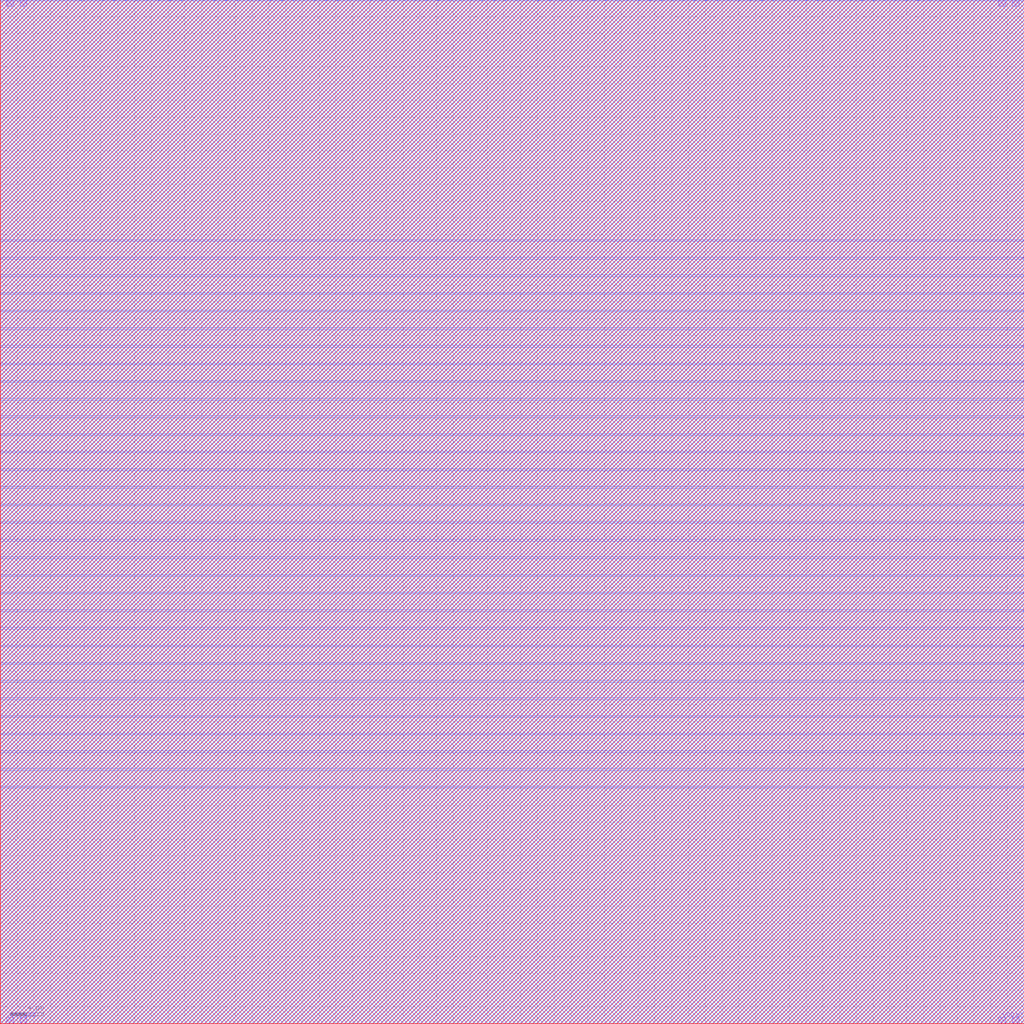
<source format=lef>
##
## LEF for PtnCells ;
## created by Encounter v09.10-p004_1 on Tue Apr  1 17:54:40 2014
##

VERSION 5.5 ;

NAMESCASESENSITIVE ON ;
BUSBITCHARS "[]" ;
DIVIDERCHAR "/" ;

UNITS
  DATABASE MICRONS 2000 ;
END UNITS

MACRO SRAM
  CLASS BLOCK ;
  SIZE 122.0000 BY 122.0000 ;
  FOREIGN SRAM 0.0000 0.0000 ;
  ORIGIN 0 0 ;
  SYMMETRY X Y R90 ;
  PIN clk
    DIRECTION INPUT ;
    USE SIGNAL ;
    PORT
      LAYER metal2 ;
        RECT 9.5600 121.9300 9.6300 122.0000 ;
    END
  END clk
  PIN rdn
    DIRECTION INPUT ;
    USE SIGNAL ;
    PORT
      LAYER metal2 ;
        RECT 10.8900 121.9300 10.9600 122.0000 ;
    END
  END rdn
  PIN wrn
    DIRECTION INPUT ;
    USE SIGNAL ;
    PORT
      LAYER metal2 ;
        RECT 12.2200 121.9300 12.2900 122.0000 ;
    END
  END wrn
  PIN address[10]
    DIRECTION INPUT ;
    USE SIGNAL ;
    PORT
      LAYER metal2 ;
        RECT 26.8500 121.9300 26.9200 122.0000 ;
    END
  END address[10]
  PIN address[9]
    DIRECTION INPUT ;
    USE SIGNAL ;
    PORT
      LAYER metal2 ;
        RECT 25.5200 121.9300 25.5900 122.0000 ;
    END
  END address[9]
  PIN address[8]
    DIRECTION INPUT ;
    USE SIGNAL ;
    PORT
      LAYER metal2 ;
        RECT 24.1900 121.9300 24.2600 122.0000 ;
    END
  END address[8]
  PIN address[7]
    DIRECTION INPUT ;
    USE SIGNAL ;
    PORT
      LAYER metal2 ;
        RECT 22.8600 121.9300 22.9300 122.0000 ;
    END
  END address[7]
  PIN address[6]
    DIRECTION INPUT ;
    USE SIGNAL ;
    PORT
      LAYER metal2 ;
        RECT 21.5300 121.9300 21.6000 122.0000 ;
    END
  END address[6]
  PIN address[5]
    DIRECTION INPUT ;
    USE SIGNAL ;
    PORT
      LAYER metal2 ;
        RECT 20.2000 121.9300 20.2700 122.0000 ;
    END
  END address[5]
  PIN address[4]
    DIRECTION INPUT ;
    USE SIGNAL ;
    PORT
      LAYER metal2 ;
        RECT 18.8700 121.9300 18.9400 122.0000 ;
    END
  END address[4]
  PIN address[3]
    DIRECTION INPUT ;
    USE SIGNAL ;
    PORT
      LAYER metal2 ;
        RECT 17.5400 121.9300 17.6100 122.0000 ;
    END
  END address[3]
  PIN address[2]
    DIRECTION INPUT ;
    USE SIGNAL ;
    PORT
      LAYER metal2 ;
        RECT 16.2100 121.9300 16.2800 122.0000 ;
    END
  END address[2]
  PIN address[1]
    DIRECTION INPUT ;
    USE SIGNAL ;
    PORT
      LAYER metal2 ;
        RECT 14.8800 121.9300 14.9500 122.0000 ;
    END
  END address[1]
  PIN address[0]
    DIRECTION INPUT ;
    USE SIGNAL ;
    PORT
      LAYER metal2 ;
        RECT 13.5500 121.9300 13.6200 122.0000 ;
    END
  END address[0]
  PIN bit_wen[31]
    DIRECTION INPUT ;
    USE SIGNAL ;
    PORT
      LAYER metal2 ;
        RECT 69.4100 121.9300 69.4800 122.0000 ;
    END
  END bit_wen[31]
  PIN bit_wen[30]
    DIRECTION INPUT ;
    USE SIGNAL ;
    PORT
      LAYER metal2 ;
        RECT 68.0800 121.9300 68.1500 122.0000 ;
    END
  END bit_wen[30]
  PIN bit_wen[29]
    DIRECTION INPUT ;
    USE SIGNAL ;
    PORT
      LAYER metal2 ;
        RECT 66.7500 121.9300 66.8200 122.0000 ;
    END
  END bit_wen[29]
  PIN bit_wen[28]
    DIRECTION INPUT ;
    USE SIGNAL ;
    PORT
      LAYER metal2 ;
        RECT 65.4200 121.9300 65.4900 122.0000 ;
    END
  END bit_wen[28]
  PIN bit_wen[27]
    DIRECTION INPUT ;
    USE SIGNAL ;
    PORT
      LAYER metal2 ;
        RECT 64.0900 121.9300 64.1600 122.0000 ;
    END
  END bit_wen[27]
  PIN bit_wen[26]
    DIRECTION INPUT ;
    USE SIGNAL ;
    PORT
      LAYER metal2 ;
        RECT 62.7600 121.9300 62.8300 122.0000 ;
    END
  END bit_wen[26]
  PIN bit_wen[25]
    DIRECTION INPUT ;
    USE SIGNAL ;
    PORT
      LAYER metal2 ;
        RECT 61.4300 121.9300 61.5000 122.0000 ;
    END
  END bit_wen[25]
  PIN bit_wen[24]
    DIRECTION INPUT ;
    USE SIGNAL ;
    PORT
      LAYER metal2 ;
        RECT 60.1000 121.9300 60.1700 122.0000 ;
    END
  END bit_wen[24]
  PIN bit_wen[23]
    DIRECTION INPUT ;
    USE SIGNAL ;
    PORT
      LAYER metal2 ;
        RECT 58.7700 121.9300 58.8400 122.0000 ;
    END
  END bit_wen[23]
  PIN bit_wen[22]
    DIRECTION INPUT ;
    USE SIGNAL ;
    PORT
      LAYER metal2 ;
        RECT 57.4400 121.9300 57.5100 122.0000 ;
    END
  END bit_wen[22]
  PIN bit_wen[21]
    DIRECTION INPUT ;
    USE SIGNAL ;
    PORT
      LAYER metal2 ;
        RECT 56.1100 121.9300 56.1800 122.0000 ;
    END
  END bit_wen[21]
  PIN bit_wen[20]
    DIRECTION INPUT ;
    USE SIGNAL ;
    PORT
      LAYER metal2 ;
        RECT 54.7800 121.9300 54.8500 122.0000 ;
    END
  END bit_wen[20]
  PIN bit_wen[19]
    DIRECTION INPUT ;
    USE SIGNAL ;
    PORT
      LAYER metal2 ;
        RECT 53.4500 121.9300 53.5200 122.0000 ;
    END
  END bit_wen[19]
  PIN bit_wen[18]
    DIRECTION INPUT ;
    USE SIGNAL ;
    PORT
      LAYER metal2 ;
        RECT 52.1200 121.9300 52.1900 122.0000 ;
    END
  END bit_wen[18]
  PIN bit_wen[17]
    DIRECTION INPUT ;
    USE SIGNAL ;
    PORT
      LAYER metal2 ;
        RECT 50.7900 121.9300 50.8600 122.0000 ;
    END
  END bit_wen[17]
  PIN bit_wen[16]
    DIRECTION INPUT ;
    USE SIGNAL ;
    PORT
      LAYER metal2 ;
        RECT 49.4600 121.9300 49.5300 122.0000 ;
    END
  END bit_wen[16]
  PIN bit_wen[15]
    DIRECTION INPUT ;
    USE SIGNAL ;
    PORT
      LAYER metal2 ;
        RECT 48.1300 121.9300 48.2000 122.0000 ;
    END
  END bit_wen[15]
  PIN bit_wen[14]
    DIRECTION INPUT ;
    USE SIGNAL ;
    PORT
      LAYER metal2 ;
        RECT 46.8000 121.9300 46.8700 122.0000 ;
    END
  END bit_wen[14]
  PIN bit_wen[13]
    DIRECTION INPUT ;
    USE SIGNAL ;
    PORT
      LAYER metal2 ;
        RECT 45.4700 121.9300 45.5400 122.0000 ;
    END
  END bit_wen[13]
  PIN bit_wen[12]
    DIRECTION INPUT ;
    USE SIGNAL ;
    PORT
      LAYER metal2 ;
        RECT 44.1400 121.9300 44.2100 122.0000 ;
    END
  END bit_wen[12]
  PIN bit_wen[11]
    DIRECTION INPUT ;
    USE SIGNAL ;
    PORT
      LAYER metal2 ;
        RECT 42.8100 121.9300 42.8800 122.0000 ;
    END
  END bit_wen[11]
  PIN bit_wen[10]
    DIRECTION INPUT ;
    USE SIGNAL ;
    PORT
      LAYER metal2 ;
        RECT 41.4800 121.9300 41.5500 122.0000 ;
    END
  END bit_wen[10]
  PIN bit_wen[9]
    DIRECTION INPUT ;
    USE SIGNAL ;
    PORT
      LAYER metal2 ;
        RECT 40.1500 121.9300 40.2200 122.0000 ;
    END
  END bit_wen[9]
  PIN bit_wen[8]
    DIRECTION INPUT ;
    USE SIGNAL ;
    PORT
      LAYER metal2 ;
        RECT 38.8200 121.9300 38.8900 122.0000 ;
    END
  END bit_wen[8]
  PIN bit_wen[7]
    DIRECTION INPUT ;
    USE SIGNAL ;
    PORT
      LAYER metal2 ;
        RECT 37.4900 121.9300 37.5600 122.0000 ;
    END
  END bit_wen[7]
  PIN bit_wen[6]
    DIRECTION INPUT ;
    USE SIGNAL ;
    PORT
      LAYER metal2 ;
        RECT 36.1600 121.9300 36.2300 122.0000 ;
    END
  END bit_wen[6]
  PIN bit_wen[5]
    DIRECTION INPUT ;
    USE SIGNAL ;
    PORT
      LAYER metal2 ;
        RECT 34.8300 121.9300 34.9000 122.0000 ;
    END
  END bit_wen[5]
  PIN bit_wen[4]
    DIRECTION INPUT ;
    USE SIGNAL ;
    PORT
      LAYER metal2 ;
        RECT 33.5000 121.9300 33.5700 122.0000 ;
    END
  END bit_wen[4]
  PIN bit_wen[3]
    DIRECTION INPUT ;
    USE SIGNAL ;
    PORT
      LAYER metal2 ;
        RECT 32.1700 121.9300 32.2400 122.0000 ;
    END
  END bit_wen[3]
  PIN bit_wen[2]
    DIRECTION INPUT ;
    USE SIGNAL ;
    PORT
      LAYER metal2 ;
        RECT 30.8400 121.9300 30.9100 122.0000 ;
    END
  END bit_wen[2]
  PIN bit_wen[1]
    DIRECTION INPUT ;
    USE SIGNAL ;
    PORT
      LAYER metal2 ;
        RECT 29.5100 121.9300 29.5800 122.0000 ;
    END
  END bit_wen[1]
  PIN bit_wen[0]
    DIRECTION INPUT ;
    USE SIGNAL ;
    PORT
      LAYER metal2 ;
        RECT 28.1800 121.9300 28.2500 122.0000 ;
    END
  END bit_wen[0]
  PIN data_in[31]
    DIRECTION INPUT ;
    USE SIGNAL ;
    PORT
      LAYER metal2 ;
        RECT 111.9700 121.9300 112.0400 122.0000 ;
    END
  END data_in[31]
  PIN data_in[30]
    DIRECTION INPUT ;
    USE SIGNAL ;
    PORT
      LAYER metal2 ;
        RECT 110.6400 121.9300 110.7100 122.0000 ;
    END
  END data_in[30]
  PIN data_in[29]
    DIRECTION INPUT ;
    USE SIGNAL ;
    PORT
      LAYER metal2 ;
        RECT 109.3100 121.9300 109.3800 122.0000 ;
    END
  END data_in[29]
  PIN data_in[28]
    DIRECTION INPUT ;
    USE SIGNAL ;
    PORT
      LAYER metal2 ;
        RECT 107.9800 121.9300 108.0500 122.0000 ;
    END
  END data_in[28]
  PIN data_in[27]
    DIRECTION INPUT ;
    USE SIGNAL ;
    PORT
      LAYER metal2 ;
        RECT 106.6500 121.9300 106.7200 122.0000 ;
    END
  END data_in[27]
  PIN data_in[26]
    DIRECTION INPUT ;
    USE SIGNAL ;
    PORT
      LAYER metal2 ;
        RECT 105.3200 121.9300 105.3900 122.0000 ;
    END
  END data_in[26]
  PIN data_in[25]
    DIRECTION INPUT ;
    USE SIGNAL ;
    PORT
      LAYER metal2 ;
        RECT 103.9900 121.9300 104.0600 122.0000 ;
    END
  END data_in[25]
  PIN data_in[24]
    DIRECTION INPUT ;
    USE SIGNAL ;
    PORT
      LAYER metal2 ;
        RECT 102.6600 121.9300 102.7300 122.0000 ;
    END
  END data_in[24]
  PIN data_in[23]
    DIRECTION INPUT ;
    USE SIGNAL ;
    PORT
      LAYER metal2 ;
        RECT 101.3300 121.9300 101.4000 122.0000 ;
    END
  END data_in[23]
  PIN data_in[22]
    DIRECTION INPUT ;
    USE SIGNAL ;
    PORT
      LAYER metal2 ;
        RECT 100.0000 121.9300 100.0700 122.0000 ;
    END
  END data_in[22]
  PIN data_in[21]
    DIRECTION INPUT ;
    USE SIGNAL ;
    PORT
      LAYER metal2 ;
        RECT 98.6700 121.9300 98.7400 122.0000 ;
    END
  END data_in[21]
  PIN data_in[20]
    DIRECTION INPUT ;
    USE SIGNAL ;
    PORT
      LAYER metal2 ;
        RECT 97.3400 121.9300 97.4100 122.0000 ;
    END
  END data_in[20]
  PIN data_in[19]
    DIRECTION INPUT ;
    USE SIGNAL ;
    PORT
      LAYER metal2 ;
        RECT 96.0100 121.9300 96.0800 122.0000 ;
    END
  END data_in[19]
  PIN data_in[18]
    DIRECTION INPUT ;
    USE SIGNAL ;
    PORT
      LAYER metal2 ;
        RECT 94.6800 121.9300 94.7500 122.0000 ;
    END
  END data_in[18]
  PIN data_in[17]
    DIRECTION INPUT ;
    USE SIGNAL ;
    PORT
      LAYER metal2 ;
        RECT 93.3500 121.9300 93.4200 122.0000 ;
    END
  END data_in[17]
  PIN data_in[16]
    DIRECTION INPUT ;
    USE SIGNAL ;
    PORT
      LAYER metal2 ;
        RECT 92.0200 121.9300 92.0900 122.0000 ;
    END
  END data_in[16]
  PIN data_in[15]
    DIRECTION INPUT ;
    USE SIGNAL ;
    PORT
      LAYER metal2 ;
        RECT 90.6900 121.9300 90.7600 122.0000 ;
    END
  END data_in[15]
  PIN data_in[14]
    DIRECTION INPUT ;
    USE SIGNAL ;
    PORT
      LAYER metal2 ;
        RECT 89.3600 121.9300 89.4300 122.0000 ;
    END
  END data_in[14]
  PIN data_in[13]
    DIRECTION INPUT ;
    USE SIGNAL ;
    PORT
      LAYER metal2 ;
        RECT 88.0300 121.9300 88.1000 122.0000 ;
    END
  END data_in[13]
  PIN data_in[12]
    DIRECTION INPUT ;
    USE SIGNAL ;
    PORT
      LAYER metal2 ;
        RECT 86.7000 121.9300 86.7700 122.0000 ;
    END
  END data_in[12]
  PIN data_in[11]
    DIRECTION INPUT ;
    USE SIGNAL ;
    PORT
      LAYER metal2 ;
        RECT 85.3700 121.9300 85.4400 122.0000 ;
    END
  END data_in[11]
  PIN data_in[10]
    DIRECTION INPUT ;
    USE SIGNAL ;
    PORT
      LAYER metal2 ;
        RECT 84.0400 121.9300 84.1100 122.0000 ;
    END
  END data_in[10]
  PIN data_in[9]
    DIRECTION INPUT ;
    USE SIGNAL ;
    PORT
      LAYER metal2 ;
        RECT 82.7100 121.9300 82.7800 122.0000 ;
    END
  END data_in[9]
  PIN data_in[8]
    DIRECTION INPUT ;
    USE SIGNAL ;
    PORT
      LAYER metal2 ;
        RECT 81.3800 121.9300 81.4500 122.0000 ;
    END
  END data_in[8]
  PIN data_in[7]
    DIRECTION INPUT ;
    USE SIGNAL ;
    PORT
      LAYER metal2 ;
        RECT 80.0500 121.9300 80.1200 122.0000 ;
    END
  END data_in[7]
  PIN data_in[6]
    DIRECTION INPUT ;
    USE SIGNAL ;
    PORT
      LAYER metal2 ;
        RECT 78.7200 121.9300 78.7900 122.0000 ;
    END
  END data_in[6]
  PIN data_in[5]
    DIRECTION INPUT ;
    USE SIGNAL ;
    PORT
      LAYER metal2 ;
        RECT 77.3900 121.9300 77.4600 122.0000 ;
    END
  END data_in[5]
  PIN data_in[4]
    DIRECTION INPUT ;
    USE SIGNAL ;
    PORT
      LAYER metal2 ;
        RECT 76.0600 121.9300 76.1300 122.0000 ;
    END
  END data_in[4]
  PIN data_in[3]
    DIRECTION INPUT ;
    USE SIGNAL ;
    PORT
      LAYER metal2 ;
        RECT 74.7300 121.9300 74.8000 122.0000 ;
    END
  END data_in[3]
  PIN data_in[2]
    DIRECTION INPUT ;
    USE SIGNAL ;
    PORT
      LAYER metal2 ;
        RECT 73.4000 121.9300 73.4700 122.0000 ;
    END
  END data_in[2]
  PIN data_in[1]
    DIRECTION INPUT ;
    USE SIGNAL ;
    PORT
      LAYER metal2 ;
        RECT 72.0700 121.9300 72.1400 122.0000 ;
    END
  END data_in[1]
  PIN data_in[0]
    DIRECTION INPUT ;
    USE SIGNAL ;
    PORT
      LAYER metal2 ;
        RECT 70.7400 121.9300 70.8100 122.0000 ;
    END
  END data_in[0]
  PIN data_out[31]
    DIRECTION OUTPUT ;
    USE SIGNAL ;
    PORT
      LAYER metal2 ;
        RECT 121.9300 93.2750 122.0000 93.3450 ;
    END
  END data_out[31]
  PIN data_out[30]
    DIRECTION OUTPUT ;
    USE SIGNAL ;
    PORT
      LAYER metal2 ;
        RECT 121.9300 91.1750 122.0000 91.2450 ;
    END
  END data_out[30]
  PIN data_out[29]
    DIRECTION OUTPUT ;
    USE SIGNAL ;
    PORT
      LAYER metal2 ;
        RECT 121.9300 89.0750 122.0000 89.1450 ;
    END
  END data_out[29]
  PIN data_out[28]
    DIRECTION OUTPUT ;
    USE SIGNAL ;
    PORT
      LAYER metal2 ;
        RECT 121.9300 86.9750 122.0000 87.0450 ;
    END
  END data_out[28]
  PIN data_out[27]
    DIRECTION OUTPUT ;
    USE SIGNAL ;
    PORT
      LAYER metal2 ;
        RECT 121.9300 84.8750 122.0000 84.9450 ;
    END
  END data_out[27]
  PIN data_out[26]
    DIRECTION OUTPUT ;
    USE SIGNAL ;
    PORT
      LAYER metal2 ;
        RECT 121.9300 82.7750 122.0000 82.8450 ;
    END
  END data_out[26]
  PIN data_out[25]
    DIRECTION OUTPUT ;
    USE SIGNAL ;
    PORT
      LAYER metal2 ;
        RECT 121.9300 80.6750 122.0000 80.7450 ;
    END
  END data_out[25]
  PIN data_out[24]
    DIRECTION OUTPUT ;
    USE SIGNAL ;
    PORT
      LAYER metal2 ;
        RECT 121.9300 78.5750 122.0000 78.6450 ;
    END
  END data_out[24]
  PIN data_out[23]
    DIRECTION OUTPUT ;
    USE SIGNAL ;
    PORT
      LAYER metal2 ;
        RECT 121.9300 76.4750 122.0000 76.5450 ;
    END
  END data_out[23]
  PIN data_out[22]
    DIRECTION OUTPUT ;
    USE SIGNAL ;
    PORT
      LAYER metal2 ;
        RECT 121.9300 74.3750 122.0000 74.4450 ;
    END
  END data_out[22]
  PIN data_out[21]
    DIRECTION OUTPUT ;
    USE SIGNAL ;
    PORT
      LAYER metal2 ;
        RECT 121.9300 72.2750 122.0000 72.3450 ;
    END
  END data_out[21]
  PIN data_out[20]
    DIRECTION OUTPUT ;
    USE SIGNAL ;
    PORT
      LAYER metal2 ;
        RECT 121.9300 70.1750 122.0000 70.2450 ;
    END
  END data_out[20]
  PIN data_out[19]
    DIRECTION OUTPUT ;
    USE SIGNAL ;
    PORT
      LAYER metal2 ;
        RECT 121.9300 68.0750 122.0000 68.1450 ;
    END
  END data_out[19]
  PIN data_out[18]
    DIRECTION OUTPUT ;
    USE SIGNAL ;
    PORT
      LAYER metal2 ;
        RECT 121.9300 65.9750 122.0000 66.0450 ;
    END
  END data_out[18]
  PIN data_out[17]
    DIRECTION OUTPUT ;
    USE SIGNAL ;
    PORT
      LAYER metal2 ;
        RECT 121.9300 63.8750 122.0000 63.9450 ;
    END
  END data_out[17]
  PIN data_out[16]
    DIRECTION OUTPUT ;
    USE SIGNAL ;
    PORT
      LAYER metal2 ;
        RECT 121.9300 61.7750 122.0000 61.8450 ;
    END
  END data_out[16]
  PIN data_out[15]
    DIRECTION OUTPUT ;
    USE SIGNAL ;
    PORT
      LAYER metal2 ;
        RECT 121.9300 59.6750 122.0000 59.7450 ;
    END
  END data_out[15]
  PIN data_out[14]
    DIRECTION OUTPUT ;
    USE SIGNAL ;
    PORT
      LAYER metal2 ;
        RECT 121.9300 57.5750 122.0000 57.6450 ;
    END
  END data_out[14]
  PIN data_out[13]
    DIRECTION OUTPUT ;
    USE SIGNAL ;
    PORT
      LAYER metal2 ;
        RECT 121.9300 55.4750 122.0000 55.5450 ;
    END
  END data_out[13]
  PIN data_out[12]
    DIRECTION OUTPUT ;
    USE SIGNAL ;
    PORT
      LAYER metal2 ;
        RECT 121.9300 53.3750 122.0000 53.4450 ;
    END
  END data_out[12]
  PIN data_out[11]
    DIRECTION OUTPUT ;
    USE SIGNAL ;
    PORT
      LAYER metal2 ;
        RECT 121.9300 51.2750 122.0000 51.3450 ;
    END
  END data_out[11]
  PIN data_out[10]
    DIRECTION OUTPUT ;
    USE SIGNAL ;
    PORT
      LAYER metal2 ;
        RECT 121.9300 49.1750 122.0000 49.2450 ;
    END
  END data_out[10]
  PIN data_out[9]
    DIRECTION OUTPUT ;
    USE SIGNAL ;
    PORT
      LAYER metal2 ;
        RECT 121.9300 47.0750 122.0000 47.1450 ;
    END
  END data_out[9]
  PIN data_out[8]
    DIRECTION OUTPUT ;
    USE SIGNAL ;
    PORT
      LAYER metal2 ;
        RECT 121.9300 44.9750 122.0000 45.0450 ;
    END
  END data_out[8]
  PIN data_out[7]
    DIRECTION OUTPUT ;
    USE SIGNAL ;
    PORT
      LAYER metal2 ;
        RECT 121.9300 42.8750 122.0000 42.9450 ;
    END
  END data_out[7]
  PIN data_out[6]
    DIRECTION OUTPUT ;
    USE SIGNAL ;
    PORT
      LAYER metal2 ;
        RECT 121.9300 40.7750 122.0000 40.8450 ;
    END
  END data_out[6]
  PIN data_out[5]
    DIRECTION OUTPUT ;
    USE SIGNAL ;
    PORT
      LAYER metal2 ;
        RECT 121.9300 38.6750 122.0000 38.7450 ;
    END
  END data_out[5]
  PIN data_out[4]
    DIRECTION OUTPUT ;
    USE SIGNAL ;
    PORT
      LAYER metal2 ;
        RECT 121.9300 36.5750 122.0000 36.6450 ;
    END
  END data_out[4]
  PIN data_out[3]
    DIRECTION OUTPUT ;
    USE SIGNAL ;
    PORT
      LAYER metal2 ;
        RECT 121.9300 34.4750 122.0000 34.5450 ;
    END
  END data_out[3]
  PIN data_out[2]
    DIRECTION OUTPUT ;
    USE SIGNAL ;
    PORT
      LAYER metal2 ;
        RECT 121.9300 32.3750 122.0000 32.4450 ;
    END
  END data_out[2]
  PIN data_out[1]
    DIRECTION OUTPUT ;
    USE SIGNAL ;
    PORT
      LAYER metal2 ;
        RECT 121.9300 30.2750 122.0000 30.3450 ;
    END
  END data_out[1]
  PIN data_out[0]
    DIRECTION OUTPUT ;
    USE SIGNAL ;
    PORT
      LAYER metal2 ;
        RECT 121.9300 28.1750 122.0000 28.2450 ;
    END
  END data_out[0]
  PIN VDD
    DIRECTION INOUT ;
    USE POWER ;
    PORT
      LAYER metal10 ;
        RECT 2.3800 0.0000 3.1800 0.8000 ;
    END
    PORT
      LAYER metal10 ;
        RECT 2.3800 121.2000 3.1800 122.0000 ;
    END
    PORT
      LAYER metal10 ;
        RECT 118.9900 0.0000 119.7900 0.8000 ;
    END
    PORT
      LAYER metal10 ;
        RECT 118.9900 121.2000 119.7900 122.0000 ;
    END
  END VDD
  PIN VSS
    DIRECTION INOUT ;
    USE GROUND ;
    PORT
      LAYER metal10 ;
        RECT 0.7800 0.0000 1.5800 0.8000 ;
    END
    PORT
      LAYER metal10 ;
        RECT 0.7800 121.2000 1.5800 122.0000 ;
    END
    PORT
      LAYER metal10 ;
        RECT 120.5900 0.0000 121.3900 0.8000 ;
    END
    PORT
      LAYER metal10 ;
        RECT 120.5900 121.2000 121.3900 122.0000 ;
    END
  END VSS
  OBS
    LAYER metal1 ;
      RECT 0.0000 0.0000 122.0000 122.0000 ;
    LAYER metal2 ;
      RECT 112.1100 121.8600 122.0000 122.0000 ;
      RECT 110.7800 121.8600 111.9000 122.0000 ;
      RECT 109.4500 121.8600 110.5700 122.0000 ;
      RECT 108.1200 121.8600 109.2400 122.0000 ;
      RECT 106.7900 121.8600 107.9100 122.0000 ;
      RECT 105.4600 121.8600 106.5800 122.0000 ;
      RECT 104.1300 121.8600 105.2500 122.0000 ;
      RECT 102.8000 121.8600 103.9200 122.0000 ;
      RECT 101.4700 121.8600 102.5900 122.0000 ;
      RECT 100.1400 121.8600 101.2600 122.0000 ;
      RECT 98.8100 121.8600 99.9300 122.0000 ;
      RECT 97.4800 121.8600 98.6000 122.0000 ;
      RECT 96.1500 121.8600 97.2700 122.0000 ;
      RECT 94.8200 121.8600 95.9400 122.0000 ;
      RECT 93.4900 121.8600 94.6100 122.0000 ;
      RECT 92.1600 121.8600 93.2800 122.0000 ;
      RECT 90.8300 121.8600 91.9500 122.0000 ;
      RECT 89.5000 121.8600 90.6200 122.0000 ;
      RECT 88.1700 121.8600 89.2900 122.0000 ;
      RECT 86.8400 121.8600 87.9600 122.0000 ;
      RECT 85.5100 121.8600 86.6300 122.0000 ;
      RECT 84.1800 121.8600 85.3000 122.0000 ;
      RECT 82.8500 121.8600 83.9700 122.0000 ;
      RECT 81.5200 121.8600 82.6400 122.0000 ;
      RECT 80.1900 121.8600 81.3100 122.0000 ;
      RECT 78.8600 121.8600 79.9800 122.0000 ;
      RECT 77.5300 121.8600 78.6500 122.0000 ;
      RECT 76.2000 121.8600 77.3200 122.0000 ;
      RECT 74.8700 121.8600 75.9900 122.0000 ;
      RECT 73.5400 121.8600 74.6600 122.0000 ;
      RECT 72.2100 121.8600 73.3300 122.0000 ;
      RECT 70.8800 121.8600 72.0000 122.0000 ;
      RECT 69.5500 121.8600 70.6700 122.0000 ;
      RECT 68.2200 121.8600 69.3400 122.0000 ;
      RECT 66.8900 121.8600 68.0100 122.0000 ;
      RECT 65.5600 121.8600 66.6800 122.0000 ;
      RECT 64.2300 121.8600 65.3500 122.0000 ;
      RECT 62.9000 121.8600 64.0200 122.0000 ;
      RECT 61.5700 121.8600 62.6900 122.0000 ;
      RECT 60.2400 121.8600 61.3600 122.0000 ;
      RECT 58.9100 121.8600 60.0300 122.0000 ;
      RECT 57.5800 121.8600 58.7000 122.0000 ;
      RECT 56.2500 121.8600 57.3700 122.0000 ;
      RECT 54.9200 121.8600 56.0400 122.0000 ;
      RECT 53.5900 121.8600 54.7100 122.0000 ;
      RECT 52.2600 121.8600 53.3800 122.0000 ;
      RECT 50.9300 121.8600 52.0500 122.0000 ;
      RECT 49.6000 121.8600 50.7200 122.0000 ;
      RECT 48.2700 121.8600 49.3900 122.0000 ;
      RECT 46.9400 121.8600 48.0600 122.0000 ;
      RECT 45.6100 121.8600 46.7300 122.0000 ;
      RECT 44.2800 121.8600 45.4000 122.0000 ;
      RECT 42.9500 121.8600 44.0700 122.0000 ;
      RECT 41.6200 121.8600 42.7400 122.0000 ;
      RECT 40.2900 121.8600 41.4100 122.0000 ;
      RECT 38.9600 121.8600 40.0800 122.0000 ;
      RECT 37.6300 121.8600 38.7500 122.0000 ;
      RECT 36.3000 121.8600 37.4200 122.0000 ;
      RECT 34.9700 121.8600 36.0900 122.0000 ;
      RECT 33.6400 121.8600 34.7600 122.0000 ;
      RECT 32.3100 121.8600 33.4300 122.0000 ;
      RECT 30.9800 121.8600 32.1000 122.0000 ;
      RECT 29.6500 121.8600 30.7700 122.0000 ;
      RECT 28.3200 121.8600 29.4400 122.0000 ;
      RECT 26.9900 121.8600 28.1100 122.0000 ;
      RECT 25.6600 121.8600 26.7800 122.0000 ;
      RECT 24.3300 121.8600 25.4500 122.0000 ;
      RECT 23.0000 121.8600 24.1200 122.0000 ;
      RECT 21.6700 121.8600 22.7900 122.0000 ;
      RECT 20.3400 121.8600 21.4600 122.0000 ;
      RECT 19.0100 121.8600 20.1300 122.0000 ;
      RECT 17.6800 121.8600 18.8000 122.0000 ;
      RECT 16.3500 121.8600 17.4700 122.0000 ;
      RECT 15.0200 121.8600 16.1400 122.0000 ;
      RECT 13.6900 121.8600 14.8100 122.0000 ;
      RECT 12.3600 121.8600 13.4800 122.0000 ;
      RECT 11.0300 121.8600 12.1500 122.0000 ;
      RECT 9.7000 121.8600 10.8200 122.0000 ;
      RECT 0.0000 121.8600 9.4900 122.0000 ;
      RECT 0.0000 93.4150 122.0000 121.8600 ;
      RECT 0.0000 93.2050 121.8600 93.4150 ;
      RECT 0.0000 91.3150 122.0000 93.2050 ;
      RECT 0.0000 91.1050 121.8600 91.3150 ;
      RECT 0.0000 89.2150 122.0000 91.1050 ;
      RECT 0.0000 89.0050 121.8600 89.2150 ;
      RECT 0.0000 87.1150 122.0000 89.0050 ;
      RECT 0.0000 86.9050 121.8600 87.1150 ;
      RECT 0.0000 85.0150 122.0000 86.9050 ;
      RECT 0.0000 84.8050 121.8600 85.0150 ;
      RECT 0.0000 82.9150 122.0000 84.8050 ;
      RECT 0.0000 82.7050 121.8600 82.9150 ;
      RECT 0.0000 80.8150 122.0000 82.7050 ;
      RECT 0.0000 80.6050 121.8600 80.8150 ;
      RECT 0.0000 78.7150 122.0000 80.6050 ;
      RECT 0.0000 78.5050 121.8600 78.7150 ;
      RECT 0.0000 76.6150 122.0000 78.5050 ;
      RECT 0.0000 76.4050 121.8600 76.6150 ;
      RECT 0.0000 74.5150 122.0000 76.4050 ;
      RECT 0.0000 74.3050 121.8600 74.5150 ;
      RECT 0.0000 72.4150 122.0000 74.3050 ;
      RECT 0.0000 72.2050 121.8600 72.4150 ;
      RECT 0.0000 70.3150 122.0000 72.2050 ;
      RECT 0.0000 70.1050 121.8600 70.3150 ;
      RECT 0.0000 68.2150 122.0000 70.1050 ;
      RECT 0.0000 68.0050 121.8600 68.2150 ;
      RECT 0.0000 66.1150 122.0000 68.0050 ;
      RECT 0.0000 65.9050 121.8600 66.1150 ;
      RECT 0.0000 64.0150 122.0000 65.9050 ;
      RECT 0.0000 63.8050 121.8600 64.0150 ;
      RECT 0.0000 61.9150 122.0000 63.8050 ;
      RECT 0.0000 61.7050 121.8600 61.9150 ;
      RECT 0.0000 59.8150 122.0000 61.7050 ;
      RECT 0.0000 59.6050 121.8600 59.8150 ;
      RECT 0.0000 57.7150 122.0000 59.6050 ;
      RECT 0.0000 57.5050 121.8600 57.7150 ;
      RECT 0.0000 55.6150 122.0000 57.5050 ;
      RECT 0.0000 55.4050 121.8600 55.6150 ;
      RECT 0.0000 53.5150 122.0000 55.4050 ;
      RECT 0.0000 53.3050 121.8600 53.5150 ;
      RECT 0.0000 51.4150 122.0000 53.3050 ;
      RECT 0.0000 51.2050 121.8600 51.4150 ;
      RECT 0.0000 49.3150 122.0000 51.2050 ;
      RECT 0.0000 49.1050 121.8600 49.3150 ;
      RECT 0.0000 47.2150 122.0000 49.1050 ;
      RECT 0.0000 47.0050 121.8600 47.2150 ;
      RECT 0.0000 45.1150 122.0000 47.0050 ;
      RECT 0.0000 44.9050 121.8600 45.1150 ;
      RECT 0.0000 43.0150 122.0000 44.9050 ;
      RECT 0.0000 42.8050 121.8600 43.0150 ;
      RECT 0.0000 40.9150 122.0000 42.8050 ;
      RECT 0.0000 40.7050 121.8600 40.9150 ;
      RECT 0.0000 38.8150 122.0000 40.7050 ;
      RECT 0.0000 38.6050 121.8600 38.8150 ;
      RECT 0.0000 36.7150 122.0000 38.6050 ;
      RECT 0.0000 36.5050 121.8600 36.7150 ;
      RECT 0.0000 34.6150 122.0000 36.5050 ;
      RECT 0.0000 34.4050 121.8600 34.6150 ;
      RECT 0.0000 32.5150 122.0000 34.4050 ;
      RECT 0.0000 32.3050 121.8600 32.5150 ;
      RECT 0.0000 30.4150 122.0000 32.3050 ;
      RECT 0.0000 30.2050 121.8600 30.4150 ;
      RECT 0.0000 28.3150 122.0000 30.2050 ;
      RECT 0.0000 28.1050 121.8600 28.3150 ;
      RECT 0.0000 0.0000 122.0000 28.1050 ;
    LAYER metal3 ;
      RECT 0.0000 0.0000 122.0000 122.0000 ;
    LAYER metal4 ;
      RECT 0.0000 0.0000 122.0000 122.0000 ;
  END
END SRAM

END LIBRARY

</source>
